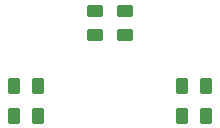
<source format=gtp>
G04 Layer_Color=8421504*
%FSLAX25Y25*%
%MOIN*%
G70*
G01*
G75*
G04:AMPARAMS|DCode=10|XSize=39.37mil|YSize=51.18mil|CornerRadius=4.92mil|HoleSize=0mil|Usage=FLASHONLY|Rotation=90.000|XOffset=0mil|YOffset=0mil|HoleType=Round|Shape=RoundedRectangle|*
%AMROUNDEDRECTD10*
21,1,0.03937,0.04134,0,0,90.0*
21,1,0.02953,0.05118,0,0,90.0*
1,1,0.00984,0.02067,0.01476*
1,1,0.00984,0.02067,-0.01476*
1,1,0.00984,-0.02067,-0.01476*
1,1,0.00984,-0.02067,0.01476*
%
%ADD10ROUNDEDRECTD10*%
G04:AMPARAMS|DCode=11|XSize=39.37mil|YSize=51.18mil|CornerRadius=4.92mil|HoleSize=0mil|Usage=FLASHONLY|Rotation=180.000|XOffset=0mil|YOffset=0mil|HoleType=Round|Shape=RoundedRectangle|*
%AMROUNDEDRECTD11*
21,1,0.03937,0.04134,0,0,180.0*
21,1,0.02953,0.05118,0,0,180.0*
1,1,0.00984,-0.01476,0.02067*
1,1,0.00984,0.01476,0.02067*
1,1,0.00984,0.01476,-0.02067*
1,1,0.00984,-0.01476,-0.02067*
%
%ADD11ROUNDEDRECTD11*%
D10*
X45000Y36063D02*
D03*
Y43937D02*
D03*
X35000D02*
D03*
Y36063D02*
D03*
D11*
X8063Y9000D02*
D03*
X15937D02*
D03*
X71937D02*
D03*
X64063D02*
D03*
X8063Y19000D02*
D03*
X15937D02*
D03*
X71937D02*
D03*
X64063D02*
D03*
M02*

</source>
